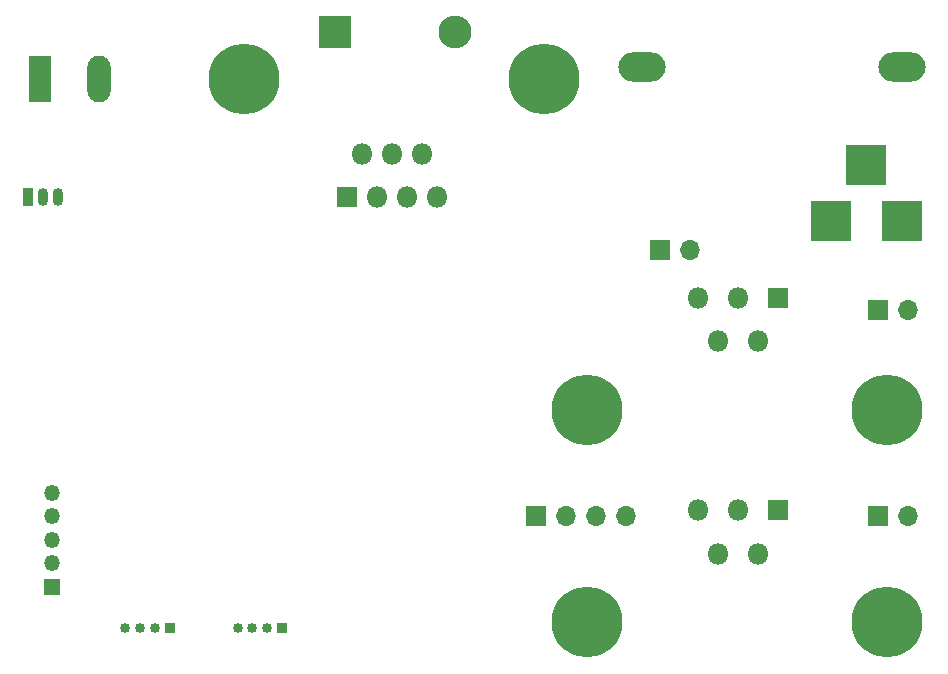
<source format=gbr>
G04 #@! TF.FileFunction,Soldermask,Bot*
%FSLAX46Y46*%
G04 Gerber Fmt 4.6, Leading zero omitted, Abs format (unit mm)*
G04 Created by KiCad (PCBNEW 4.0.7-e2-6376~58~ubuntu16.04.1) date Fri Dec 29 21:47:46 2017*
%MOMM*%
%LPD*%
G01*
G04 APERTURE LIST*
%ADD10C,0.100000*%
%ADD11R,3.500000X3.500000*%
%ADD12R,2.800000X2.800000*%
%ADD13O,2.800000X2.800000*%
%ADD14O,4.000000X2.500000*%
%ADD15C,5.999480*%
%ADD16R,1.700000X1.700000*%
%ADD17O,1.700000X1.700000*%
%ADD18R,1.350000X1.350000*%
%ADD19O,1.350000X1.350000*%
%ADD20R,0.850000X0.850000*%
%ADD21C,0.850000*%
%ADD22R,1.980000X3.960000*%
%ADD23O,1.980000X3.960000*%
%ADD24R,1.800000X1.800000*%
%ADD25O,1.800000X1.800000*%
%ADD26O,0.900000X1.500000*%
%ADD27R,0.900000X1.500000*%
G04 APERTURE END LIST*
D10*
D11*
X157000000Y-64000000D03*
X163000000Y-64000000D03*
X160000000Y-59300000D03*
D12*
X115000000Y-48000000D03*
D13*
X125160000Y-48000000D03*
D14*
X163000000Y-51000000D03*
X141000000Y-51000000D03*
D15*
X132700000Y-52000000D03*
X107300000Y-52000000D03*
X161700000Y-80000000D03*
X136300000Y-80000000D03*
X161700000Y-98000000D03*
X136300000Y-98000000D03*
D16*
X142500000Y-66500000D03*
D17*
X145040000Y-66500000D03*
D16*
X161000000Y-71500000D03*
D17*
X163540000Y-71500000D03*
D16*
X161000000Y-89000000D03*
D17*
X163540000Y-89000000D03*
D16*
X132000000Y-89000000D03*
D17*
X134540000Y-89000000D03*
X137080000Y-89000000D03*
X139620000Y-89000000D03*
D18*
X91000000Y-95000000D03*
D19*
X91000000Y-93000000D03*
X91000000Y-91000000D03*
X91000000Y-89000000D03*
X91000000Y-87000000D03*
D20*
X101000000Y-98500000D03*
D21*
X99750000Y-98500000D03*
X98500000Y-98500000D03*
X97250000Y-98500000D03*
D20*
X110500000Y-98500000D03*
D21*
X109250000Y-98500000D03*
X108000000Y-98500000D03*
X106750000Y-98500000D03*
D22*
X90000000Y-52000000D03*
D23*
X95000000Y-52000000D03*
D24*
X116000000Y-62000000D03*
D25*
X117270000Y-58300000D03*
X118540000Y-62000000D03*
X119810000Y-58300000D03*
X121080000Y-62000000D03*
X122350000Y-58300000D03*
X123620000Y-62000000D03*
D26*
X90270000Y-62000000D03*
X91540000Y-62000000D03*
D27*
X89000000Y-62000000D03*
D24*
X152500000Y-70500000D03*
D25*
X150800000Y-74200000D03*
X149100000Y-70500000D03*
X147400000Y-74200000D03*
X145700000Y-70500000D03*
D24*
X152500000Y-88500000D03*
D25*
X150800000Y-92200000D03*
X149100000Y-88500000D03*
X147400000Y-92200000D03*
X145700000Y-88500000D03*
M02*

</source>
